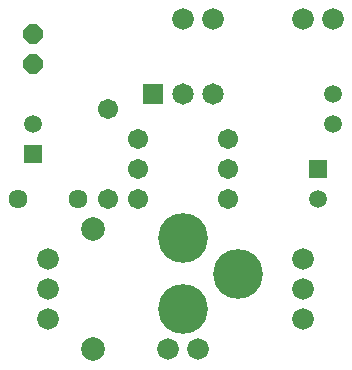
<source format=gbr>
G04 EAGLE Gerber RS-274X export*
G75*
%MOMM*%
%FSLAX34Y34*%
%LPD*%
%INSoldermask Top*%
%IPPOS*%
%AMOC8*
5,1,8,0,0,1.08239X$1,22.5*%
G01*
%ADD10C,1.828800*%
%ADD11C,1.712800*%
%ADD12C,1.512800*%
%ADD13R,1.512800X1.512800*%
%ADD14P,1.759533X8X112.500000*%
%ADD15R,1.812800X1.812800*%
%ADD16C,1.812800*%
%ADD17C,1.612800*%
%ADD18C,4.216400*%
%ADD19C,2.012800*%


D10*
X50800Y88900D03*
X50800Y63500D03*
X50800Y38100D03*
D11*
X203200Y165100D03*
X127000Y165100D03*
D12*
X38100Y203200D03*
D13*
X38100Y177800D03*
D11*
X127000Y190500D03*
X203200Y190500D03*
X101600Y215900D03*
X101600Y139700D03*
D13*
X279400Y165100D03*
D12*
X279400Y139700D03*
D14*
X38100Y254000D03*
X38100Y279400D03*
D12*
X292100Y228600D03*
X292100Y203200D03*
D15*
X139700Y228600D03*
D16*
X165100Y228600D03*
X190500Y228600D03*
D17*
X25400Y139700D03*
X76200Y139700D03*
D10*
X165100Y292100D03*
X190500Y292100D03*
X292100Y292100D03*
X266700Y292100D03*
D18*
X165100Y106520D03*
X165100Y46520D03*
X212100Y76520D03*
D10*
X152400Y12700D03*
X177800Y12700D03*
D19*
X88900Y12700D03*
X88900Y114300D03*
D10*
X266700Y88900D03*
X266700Y63500D03*
X266700Y38100D03*
D11*
X127000Y139700D03*
X203200Y139700D03*
M02*

</source>
